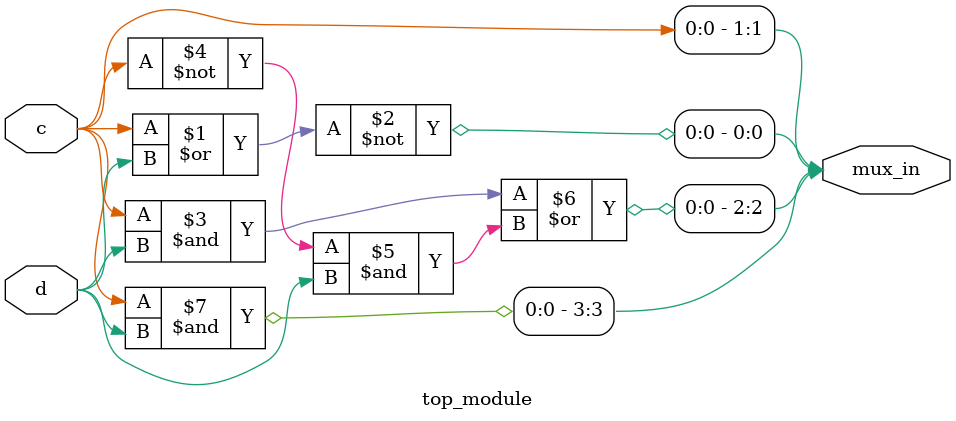
<source format=sv>
module top_module (
    input c,
    input d,
    output [3:0] mux_in
);

    assign mux_in[0] = ~(c | d);
    assign mux_in[1] = c;
    assign mux_in[2] = (c & d) | (~c & d);
    assign mux_in[3] = (c & d);

endmodule

</source>
